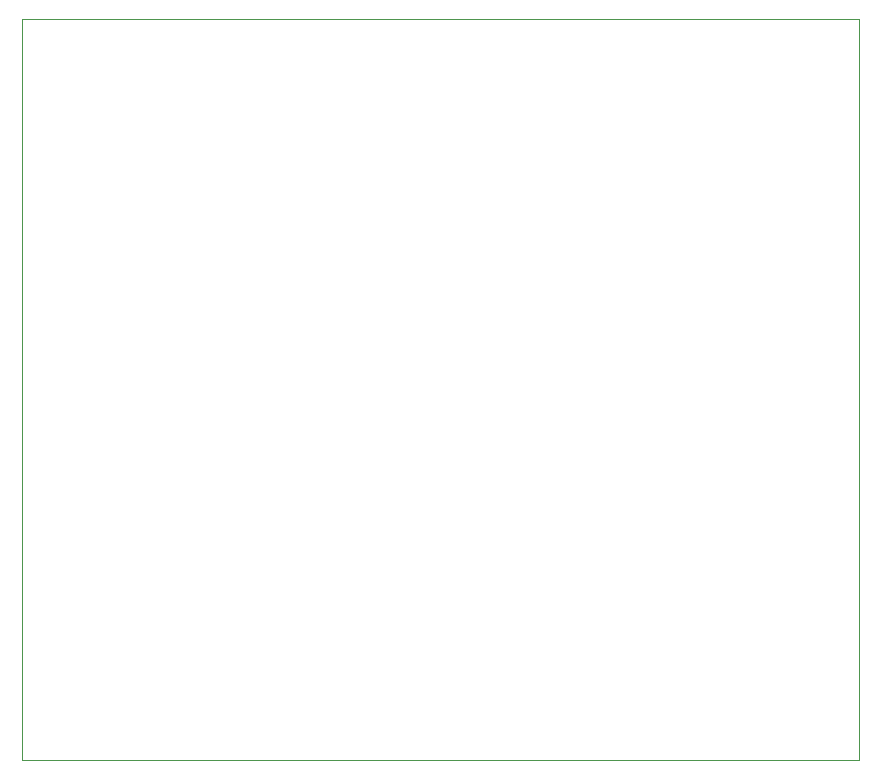
<source format=gm1>
G04 #@! TF.GenerationSoftware,KiCad,Pcbnew,5.1.5-52549c5~84~ubuntu18.04.1*
G04 #@! TF.CreationDate,2020-09-18T13:51:25-05:00*
G04 #@! TF.ProjectId,pcb,7063622e-6b69-4636-9164-5f7063625858,rev?*
G04 #@! TF.SameCoordinates,Original*
G04 #@! TF.FileFunction,Profile,NP*
%FSLAX46Y46*%
G04 Gerber Fmt 4.6, Leading zero omitted, Abs format (unit mm)*
G04 Created by KiCad (PCBNEW 5.1.5-52549c5~84~ubuntu18.04.1) date 2020-09-18 13:51:25*
%MOMM*%
%LPD*%
G04 APERTURE LIST*
%ADD10C,0.100000*%
G04 APERTURE END LIST*
D10*
X248006000Y-110630000D02*
X177140000Y-110630000D01*
X248006000Y-173368000D02*
X248006000Y-110630000D01*
X177140000Y-173368000D02*
X248006000Y-173368000D01*
X177140000Y-110630000D02*
X177140000Y-173368000D01*
M02*

</source>
